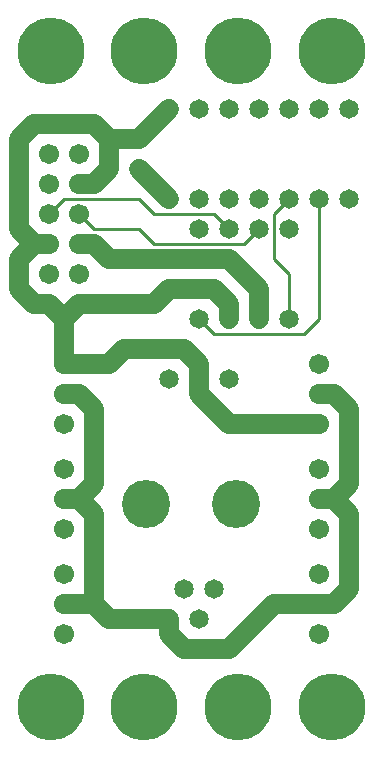
<source format=gbl>
%MOIN*%
%FSLAX25Y25*%
G04 D10 used for Character Trace; *
G04     Circle (OD=.01000) (No hole)*
G04 D11 used for Power Trace; *
G04     Circle (OD=.06500) (No hole)*
G04 D12 used for Signal Trace; *
G04     Circle (OD=.01100) (No hole)*
G04 D13 used for Via; *
G04     Circle (OD=.05800) (Round. Hole ID=.02800)*
G04 D14 used for Component hole; *
G04     Circle (OD=.06500) (Round. Hole ID=.03500)*
G04 D15 used for Component hole; *
G04     Circle (OD=.06700) (Round. Hole ID=.04300)*
G04 D16 used for Component hole; *
G04     Circle (OD=.08100) (Round. Hole ID=.05100)*
G04 D17 used for Component hole; *
G04     Circle (OD=.08900) (Round. Hole ID=.05900)*
G04 D18 used for Component hole; *
G04     Circle (OD=.11300) (Round. Hole ID=.08300)*
G04 D19 used for Component hole; *
G04     Circle (OD=.16000) (Round. Hole ID=.13000)*
G04 D20 used for Component hole; *
G04     Circle (OD=.18300) (Round. Hole ID=.15300)*
G04 D21 used for Component hole; *
G04     Circle (OD=.22291) (Round. Hole ID=.19291)*
%ADD10C,.01000*%
%ADD11C,.06500*%
%ADD12C,.01100*%
%ADD13C,.05800*%
%ADD14C,.06500*%
%ADD15C,.06700*%
%ADD16C,.08100*%
%ADD17C,.08900*%
%ADD18C,.11300*%
%ADD19C,.16000*%
%ADD20C,.18300*%
%ADD21C,.22291*%
%IPPOS*%
%LPD*%
G90*X0Y0D02*D21*X15625Y15625D03*D15*              
X20000Y40000D03*D11*X35000Y45000D02*X55000D01*D14*
D03*D11*Y40000D01*X60000Y35000D01*X75000D01*      
X90000Y50000D01*X105000D01*D15*D03*D11*X110000D01*
X115000Y55000D01*Y80000D01*X110000Y85000D01*      
X105000D01*D15*D03*D11*X110000D02*                
X115000Y90000D01*Y115000D01*X110000Y120000D01*    
X105000D01*D15*D03*Y130000D03*Y110000D03*D11*     
X75000D01*X65000Y120000D01*Y125000D01*D14*D03*D11*
Y130000D01*X60000Y135000D01*X40000D01*            
X35000Y130000D01*X20000D01*D15*D03*D11*Y145000D01*
X25000Y150000D01*X50000D01*X55000Y155000D01*D14*  
D03*D11*X70000D01*X75000Y150000D01*Y145000D01*D14*
D03*D12*X70000Y140000D02*X100000D01*              
X105000Y145000D01*Y185000D01*D14*D03*             
X95000Y175000D03*X115000Y185000D03*X95000D03*D12* 
X90000Y180000D01*Y165000D01*X95000Y160000D01*     
Y145000D01*D14*D03*D11*X85000D02*Y155000D01*D14*  
Y145000D03*D11*Y155000D02*X75000Y165000D01*       
X55000D01*D14*D03*D11*X35000D01*X30000Y170000D01* 
X25000D01*D15*D03*D12*X30000Y175000D02*X45000D01* 
X50000Y170000D01*X80000D01*X85000Y175000D01*D14*  
D03*X75000Y185000D03*X85000D03*X75000Y175000D03*  
D12*X70000Y180000D01*X50000D01*X45000Y185000D01*  
X20000D01*X15000Y180000D01*D15*D03*               
X25000Y190000D03*D11*X30000D01*X35000Y195000D01*  
Y205000D01*X45000D01*D14*D03*D11*X55000Y215000D01*
D14*D03*X65000D03*X45000Y195000D03*D11*           
X55000Y185000D01*D14*D03*X65000Y175000D03*        
Y185000D03*D11*X35000Y205000D02*X30000Y210000D01* 
X10000D01*X5000Y205000D01*Y175000D01*             
X10000Y170000D01*X5000Y165000D01*Y155000D01*      
X10000Y150000D01*X15000D01*X20000Y145000D01*D15*  
X25000Y160000D03*X15000D03*X20000Y120000D03*D11*  
X25000D01*X30000Y115000D01*Y90000D01*             
X25000Y85000D01*X30000Y80000D01*Y50000D01*        
X35000Y45000D01*X20000Y50000D02*X30000D01*D15*    
X20000D03*Y60000D03*Y75000D03*D19*X47500Y83500D03*
D11*X20000Y85000D02*X25000D01*D15*X20000D03*      
Y95000D03*Y110000D03*D14*X55000Y125000D03*        
X60000Y55000D03*X65000Y45000D03*X70000Y55000D03*  
D12*Y140000D02*X65000Y145000D01*D14*D03*          
X75000Y125000D03*D12*X30000Y175000D02*            
X25000Y180000D01*D15*D03*X15000Y190000D03*        
Y170000D03*D11*X10000D01*D15*X25000Y200000D03*    
X15000D03*D21*X46875Y234375D03*X15625D03*D14*     
X75000Y215000D03*D21*X78125Y234375D03*D14*        
X85000Y215000D03*X95000D03*D19*X77500Y83500D03*   
D15*X105000Y75000D03*Y95000D03*D14*Y215000D03*D21*
X109375Y234375D03*D14*X115000Y215000D03*D15*      
X105000Y60000D03*Y40000D03*D21*X46875Y15625D03*   
X78125D03*X109375D03*M02*                         

</source>
